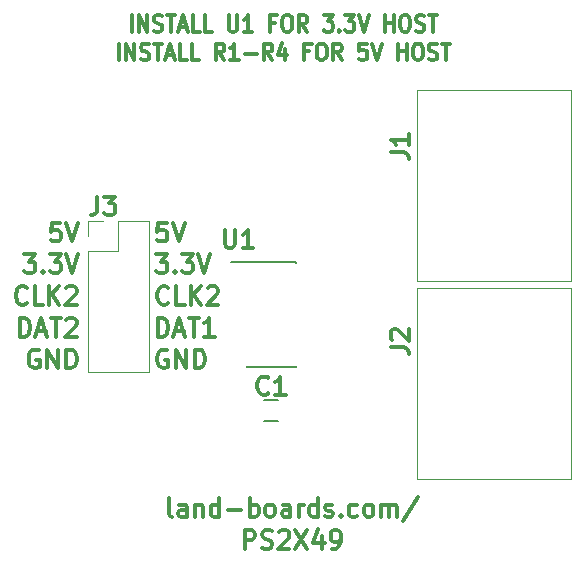
<source format=gto>
G04 #@! TF.GenerationSoftware,KiCad,Pcbnew,(5.0.2)-1*
G04 #@! TF.CreationDate,2019-12-08T11:50:03-05:00*
G04 #@! TF.ProjectId,PS2X49,50533258-3439-42e6-9b69-6361645f7063,X1*
G04 #@! TF.SameCoordinates,Original*
G04 #@! TF.FileFunction,Legend,Top*
G04 #@! TF.FilePolarity,Positive*
%FSLAX46Y46*%
G04 Gerber Fmt 4.6, Leading zero omitted, Abs format (unit mm)*
G04 Created by KiCad (PCBNEW (5.0.2)-1) date 12/8/2019 11:50:03 AM*
%MOMM*%
%LPD*%
G01*
G04 APERTURE LIST*
%ADD10C,0.317500*%
%ADD11C,0.304800*%
%ADD12C,0.150000*%
%ADD13C,0.120000*%
G04 APERTURE END LIST*
D10*
X21692809Y-13141476D02*
X21692809Y-11744476D01*
X22297571Y-13141476D02*
X22297571Y-11744476D01*
X23023285Y-13141476D01*
X23023285Y-11744476D01*
X23567571Y-13074952D02*
X23749000Y-13141476D01*
X24051380Y-13141476D01*
X24172333Y-13074952D01*
X24232809Y-13008428D01*
X24293285Y-12875380D01*
X24293285Y-12742333D01*
X24232809Y-12609285D01*
X24172333Y-12542761D01*
X24051380Y-12476238D01*
X23809476Y-12409714D01*
X23688523Y-12343190D01*
X23628047Y-12276666D01*
X23567571Y-12143619D01*
X23567571Y-12010571D01*
X23628047Y-11877523D01*
X23688523Y-11811000D01*
X23809476Y-11744476D01*
X24111857Y-11744476D01*
X24293285Y-11811000D01*
X24656142Y-11744476D02*
X25381857Y-11744476D01*
X25019000Y-13141476D02*
X25019000Y-11744476D01*
X25744714Y-12742333D02*
X26349476Y-12742333D01*
X25623761Y-13141476D02*
X26047095Y-11744476D01*
X26470428Y-13141476D01*
X27498523Y-13141476D02*
X26893761Y-13141476D01*
X26893761Y-11744476D01*
X28526619Y-13141476D02*
X27921857Y-13141476D01*
X27921857Y-11744476D01*
X29917571Y-11744476D02*
X29917571Y-12875380D01*
X29978047Y-13008428D01*
X30038523Y-13074952D01*
X30159476Y-13141476D01*
X30401380Y-13141476D01*
X30522333Y-13074952D01*
X30582809Y-13008428D01*
X30643285Y-12875380D01*
X30643285Y-11744476D01*
X31913285Y-13141476D02*
X31187571Y-13141476D01*
X31550428Y-13141476D02*
X31550428Y-11744476D01*
X31429476Y-11944047D01*
X31308523Y-12077095D01*
X31187571Y-12143619D01*
X33848523Y-12409714D02*
X33425190Y-12409714D01*
X33425190Y-13141476D02*
X33425190Y-11744476D01*
X34029952Y-11744476D01*
X34755666Y-11744476D02*
X34997571Y-11744476D01*
X35118523Y-11811000D01*
X35239476Y-11944047D01*
X35299952Y-12210142D01*
X35299952Y-12675809D01*
X35239476Y-12941904D01*
X35118523Y-13074952D01*
X34997571Y-13141476D01*
X34755666Y-13141476D01*
X34634714Y-13074952D01*
X34513761Y-12941904D01*
X34453285Y-12675809D01*
X34453285Y-12210142D01*
X34513761Y-11944047D01*
X34634714Y-11811000D01*
X34755666Y-11744476D01*
X36569952Y-13141476D02*
X36146619Y-12476238D01*
X35844238Y-13141476D02*
X35844238Y-11744476D01*
X36328047Y-11744476D01*
X36449000Y-11811000D01*
X36509476Y-11877523D01*
X36569952Y-12010571D01*
X36569952Y-12210142D01*
X36509476Y-12343190D01*
X36449000Y-12409714D01*
X36328047Y-12476238D01*
X35844238Y-12476238D01*
X37960904Y-11744476D02*
X38747095Y-11744476D01*
X38323761Y-12276666D01*
X38505190Y-12276666D01*
X38626142Y-12343190D01*
X38686619Y-12409714D01*
X38747095Y-12542761D01*
X38747095Y-12875380D01*
X38686619Y-13008428D01*
X38626142Y-13074952D01*
X38505190Y-13141476D01*
X38142333Y-13141476D01*
X38021380Y-13074952D01*
X37960904Y-13008428D01*
X39291380Y-13008428D02*
X39351857Y-13074952D01*
X39291380Y-13141476D01*
X39230904Y-13074952D01*
X39291380Y-13008428D01*
X39291380Y-13141476D01*
X39775190Y-11744476D02*
X40561380Y-11744476D01*
X40138047Y-12276666D01*
X40319476Y-12276666D01*
X40440428Y-12343190D01*
X40500904Y-12409714D01*
X40561380Y-12542761D01*
X40561380Y-12875380D01*
X40500904Y-13008428D01*
X40440428Y-13074952D01*
X40319476Y-13141476D01*
X39956619Y-13141476D01*
X39835666Y-13074952D01*
X39775190Y-13008428D01*
X40924238Y-11744476D02*
X41347571Y-13141476D01*
X41770904Y-11744476D01*
X43161857Y-13141476D02*
X43161857Y-11744476D01*
X43161857Y-12409714D02*
X43887571Y-12409714D01*
X43887571Y-13141476D02*
X43887571Y-11744476D01*
X44734238Y-11744476D02*
X44976142Y-11744476D01*
X45097095Y-11811000D01*
X45218047Y-11944047D01*
X45278523Y-12210142D01*
X45278523Y-12675809D01*
X45218047Y-12941904D01*
X45097095Y-13074952D01*
X44976142Y-13141476D01*
X44734238Y-13141476D01*
X44613285Y-13074952D01*
X44492333Y-12941904D01*
X44431857Y-12675809D01*
X44431857Y-12210142D01*
X44492333Y-11944047D01*
X44613285Y-11811000D01*
X44734238Y-11744476D01*
X45762333Y-13074952D02*
X45943761Y-13141476D01*
X46246142Y-13141476D01*
X46367095Y-13074952D01*
X46427571Y-13008428D01*
X46488047Y-12875380D01*
X46488047Y-12742333D01*
X46427571Y-12609285D01*
X46367095Y-12542761D01*
X46246142Y-12476238D01*
X46004238Y-12409714D01*
X45883285Y-12343190D01*
X45822809Y-12276666D01*
X45762333Y-12143619D01*
X45762333Y-12010571D01*
X45822809Y-11877523D01*
X45883285Y-11811000D01*
X46004238Y-11744476D01*
X46306619Y-11744476D01*
X46488047Y-11811000D01*
X46850904Y-11744476D02*
X47576619Y-11744476D01*
X47213761Y-13141476D02*
X47213761Y-11744476D01*
X20604238Y-15554476D02*
X20604238Y-14157476D01*
X21209000Y-15554476D02*
X21209000Y-14157476D01*
X21934714Y-15554476D01*
X21934714Y-14157476D01*
X22479000Y-15487952D02*
X22660428Y-15554476D01*
X22962809Y-15554476D01*
X23083761Y-15487952D01*
X23144238Y-15421428D01*
X23204714Y-15288380D01*
X23204714Y-15155333D01*
X23144238Y-15022285D01*
X23083761Y-14955761D01*
X22962809Y-14889238D01*
X22720904Y-14822714D01*
X22599952Y-14756190D01*
X22539476Y-14689666D01*
X22479000Y-14556619D01*
X22479000Y-14423571D01*
X22539476Y-14290523D01*
X22599952Y-14224000D01*
X22720904Y-14157476D01*
X23023285Y-14157476D01*
X23204714Y-14224000D01*
X23567571Y-14157476D02*
X24293285Y-14157476D01*
X23930428Y-15554476D02*
X23930428Y-14157476D01*
X24656142Y-15155333D02*
X25260904Y-15155333D01*
X24535190Y-15554476D02*
X24958523Y-14157476D01*
X25381857Y-15554476D01*
X26409952Y-15554476D02*
X25805190Y-15554476D01*
X25805190Y-14157476D01*
X27438047Y-15554476D02*
X26833285Y-15554476D01*
X26833285Y-14157476D01*
X29554714Y-15554476D02*
X29131380Y-14889238D01*
X28829000Y-15554476D02*
X28829000Y-14157476D01*
X29312809Y-14157476D01*
X29433761Y-14224000D01*
X29494238Y-14290523D01*
X29554714Y-14423571D01*
X29554714Y-14623142D01*
X29494238Y-14756190D01*
X29433761Y-14822714D01*
X29312809Y-14889238D01*
X28829000Y-14889238D01*
X30764238Y-15554476D02*
X30038523Y-15554476D01*
X30401380Y-15554476D02*
X30401380Y-14157476D01*
X30280428Y-14357047D01*
X30159476Y-14490095D01*
X30038523Y-14556619D01*
X31308523Y-15022285D02*
X32276142Y-15022285D01*
X33606619Y-15554476D02*
X33183285Y-14889238D01*
X32880904Y-15554476D02*
X32880904Y-14157476D01*
X33364714Y-14157476D01*
X33485666Y-14224000D01*
X33546142Y-14290523D01*
X33606619Y-14423571D01*
X33606619Y-14623142D01*
X33546142Y-14756190D01*
X33485666Y-14822714D01*
X33364714Y-14889238D01*
X32880904Y-14889238D01*
X34695190Y-14623142D02*
X34695190Y-15554476D01*
X34392809Y-14090952D02*
X34090428Y-15088809D01*
X34876619Y-15088809D01*
X36751380Y-14822714D02*
X36328047Y-14822714D01*
X36328047Y-15554476D02*
X36328047Y-14157476D01*
X36932809Y-14157476D01*
X37658523Y-14157476D02*
X37900428Y-14157476D01*
X38021380Y-14224000D01*
X38142333Y-14357047D01*
X38202809Y-14623142D01*
X38202809Y-15088809D01*
X38142333Y-15354904D01*
X38021380Y-15487952D01*
X37900428Y-15554476D01*
X37658523Y-15554476D01*
X37537571Y-15487952D01*
X37416619Y-15354904D01*
X37356142Y-15088809D01*
X37356142Y-14623142D01*
X37416619Y-14357047D01*
X37537571Y-14224000D01*
X37658523Y-14157476D01*
X39472809Y-15554476D02*
X39049476Y-14889238D01*
X38747095Y-15554476D02*
X38747095Y-14157476D01*
X39230904Y-14157476D01*
X39351857Y-14224000D01*
X39412333Y-14290523D01*
X39472809Y-14423571D01*
X39472809Y-14623142D01*
X39412333Y-14756190D01*
X39351857Y-14822714D01*
X39230904Y-14889238D01*
X38747095Y-14889238D01*
X41589476Y-14157476D02*
X40984714Y-14157476D01*
X40924238Y-14822714D01*
X40984714Y-14756190D01*
X41105666Y-14689666D01*
X41408047Y-14689666D01*
X41529000Y-14756190D01*
X41589476Y-14822714D01*
X41649952Y-14955761D01*
X41649952Y-15288380D01*
X41589476Y-15421428D01*
X41529000Y-15487952D01*
X41408047Y-15554476D01*
X41105666Y-15554476D01*
X40984714Y-15487952D01*
X40924238Y-15421428D01*
X42012809Y-14157476D02*
X42436142Y-15554476D01*
X42859476Y-14157476D01*
X44250428Y-15554476D02*
X44250428Y-14157476D01*
X44250428Y-14822714D02*
X44976142Y-14822714D01*
X44976142Y-15554476D02*
X44976142Y-14157476D01*
X45822809Y-14157476D02*
X46064714Y-14157476D01*
X46185666Y-14224000D01*
X46306619Y-14357047D01*
X46367095Y-14623142D01*
X46367095Y-15088809D01*
X46306619Y-15354904D01*
X46185666Y-15487952D01*
X46064714Y-15554476D01*
X45822809Y-15554476D01*
X45701857Y-15487952D01*
X45580904Y-15354904D01*
X45520428Y-15088809D01*
X45520428Y-14623142D01*
X45580904Y-14357047D01*
X45701857Y-14224000D01*
X45822809Y-14157476D01*
X46850904Y-15487952D02*
X47032333Y-15554476D01*
X47334714Y-15554476D01*
X47455666Y-15487952D01*
X47516142Y-15421428D01*
X47576619Y-15288380D01*
X47576619Y-15155333D01*
X47516142Y-15022285D01*
X47455666Y-14955761D01*
X47334714Y-14889238D01*
X47092809Y-14822714D01*
X46971857Y-14756190D01*
X46911380Y-14689666D01*
X46850904Y-14556619D01*
X46850904Y-14423571D01*
X46911380Y-14290523D01*
X46971857Y-14224000D01*
X47092809Y-14157476D01*
X47395190Y-14157476D01*
X47576619Y-14224000D01*
X47939476Y-14157476D02*
X48665190Y-14157476D01*
X48302333Y-15554476D02*
X48302333Y-14157476D01*
D11*
X25109714Y-54239129D02*
X24964571Y-54163534D01*
X24891999Y-54012344D01*
X24891999Y-52651629D01*
X26343428Y-54239129D02*
X26343428Y-53407582D01*
X26270857Y-53256391D01*
X26125714Y-53180796D01*
X25835428Y-53180796D01*
X25690285Y-53256391D01*
X26343428Y-54163534D02*
X26198285Y-54239129D01*
X25835428Y-54239129D01*
X25690285Y-54163534D01*
X25617714Y-54012344D01*
X25617714Y-53861153D01*
X25690285Y-53709963D01*
X25835428Y-53634367D01*
X26198285Y-53634367D01*
X26343428Y-53558772D01*
X27069142Y-53180796D02*
X27069142Y-54239129D01*
X27069142Y-53331986D02*
X27141714Y-53256391D01*
X27286857Y-53180796D01*
X27504571Y-53180796D01*
X27649714Y-53256391D01*
X27722285Y-53407582D01*
X27722285Y-54239129D01*
X29101142Y-54239129D02*
X29101142Y-52651629D01*
X29101142Y-54163534D02*
X28955999Y-54239129D01*
X28665714Y-54239129D01*
X28520571Y-54163534D01*
X28447999Y-54087939D01*
X28375428Y-53936748D01*
X28375428Y-53483177D01*
X28447999Y-53331986D01*
X28520571Y-53256391D01*
X28665714Y-53180796D01*
X28955999Y-53180796D01*
X29101142Y-53256391D01*
X29826857Y-53634367D02*
X30987999Y-53634367D01*
X31713714Y-54239129D02*
X31713714Y-52651629D01*
X31713714Y-53256391D02*
X31858857Y-53180796D01*
X32149142Y-53180796D01*
X32294285Y-53256391D01*
X32366857Y-53331986D01*
X32439428Y-53483177D01*
X32439428Y-53936748D01*
X32366857Y-54087939D01*
X32294285Y-54163534D01*
X32149142Y-54239129D01*
X31858857Y-54239129D01*
X31713714Y-54163534D01*
X33310285Y-54239129D02*
X33165142Y-54163534D01*
X33092571Y-54087939D01*
X33019999Y-53936748D01*
X33019999Y-53483177D01*
X33092571Y-53331986D01*
X33165142Y-53256391D01*
X33310285Y-53180796D01*
X33527999Y-53180796D01*
X33673142Y-53256391D01*
X33745714Y-53331986D01*
X33818285Y-53483177D01*
X33818285Y-53936748D01*
X33745714Y-54087939D01*
X33673142Y-54163534D01*
X33527999Y-54239129D01*
X33310285Y-54239129D01*
X35124571Y-54239129D02*
X35124571Y-53407582D01*
X35052000Y-53256391D01*
X34906857Y-53180796D01*
X34616571Y-53180796D01*
X34471428Y-53256391D01*
X35124571Y-54163534D02*
X34979428Y-54239129D01*
X34616571Y-54239129D01*
X34471428Y-54163534D01*
X34398857Y-54012344D01*
X34398857Y-53861153D01*
X34471428Y-53709963D01*
X34616571Y-53634367D01*
X34979428Y-53634367D01*
X35124571Y-53558772D01*
X35850285Y-54239129D02*
X35850285Y-53180796D01*
X35850285Y-53483177D02*
X35922857Y-53331986D01*
X35995428Y-53256391D01*
X36140571Y-53180796D01*
X36285714Y-53180796D01*
X37446857Y-54239129D02*
X37446857Y-52651629D01*
X37446857Y-54163534D02*
X37301714Y-54239129D01*
X37011428Y-54239129D01*
X36866285Y-54163534D01*
X36793714Y-54087939D01*
X36721142Y-53936748D01*
X36721142Y-53483177D01*
X36793714Y-53331986D01*
X36866285Y-53256391D01*
X37011428Y-53180796D01*
X37301714Y-53180796D01*
X37446857Y-53256391D01*
X38099999Y-54163534D02*
X38245142Y-54239129D01*
X38535428Y-54239129D01*
X38680571Y-54163534D01*
X38753142Y-54012344D01*
X38753142Y-53936748D01*
X38680571Y-53785558D01*
X38535428Y-53709963D01*
X38317714Y-53709963D01*
X38172571Y-53634367D01*
X38099999Y-53483177D01*
X38099999Y-53407582D01*
X38172571Y-53256391D01*
X38317714Y-53180796D01*
X38535428Y-53180796D01*
X38680571Y-53256391D01*
X39406285Y-54087939D02*
X39478857Y-54163534D01*
X39406285Y-54239129D01*
X39333714Y-54163534D01*
X39406285Y-54087939D01*
X39406285Y-54239129D01*
X40785142Y-54163534D02*
X40639999Y-54239129D01*
X40349714Y-54239129D01*
X40204571Y-54163534D01*
X40131999Y-54087939D01*
X40059428Y-53936748D01*
X40059428Y-53483177D01*
X40131999Y-53331986D01*
X40204571Y-53256391D01*
X40349714Y-53180796D01*
X40639999Y-53180796D01*
X40785142Y-53256391D01*
X41655999Y-54239129D02*
X41510857Y-54163534D01*
X41438285Y-54087939D01*
X41365714Y-53936748D01*
X41365714Y-53483177D01*
X41438285Y-53331986D01*
X41510857Y-53256391D01*
X41655999Y-53180796D01*
X41873714Y-53180796D01*
X42018857Y-53256391D01*
X42091428Y-53331986D01*
X42163999Y-53483177D01*
X42163999Y-53936748D01*
X42091428Y-54087939D01*
X42018857Y-54163534D01*
X41873714Y-54239129D01*
X41655999Y-54239129D01*
X42817142Y-54239129D02*
X42817142Y-53180796D01*
X42817142Y-53331986D02*
X42889714Y-53256391D01*
X43034857Y-53180796D01*
X43252571Y-53180796D01*
X43397714Y-53256391D01*
X43470285Y-53407582D01*
X43470285Y-54239129D01*
X43470285Y-53407582D02*
X43542857Y-53256391D01*
X43688000Y-53180796D01*
X43905714Y-53180796D01*
X44050857Y-53256391D01*
X44123428Y-53407582D01*
X44123428Y-54239129D01*
X45937714Y-52576034D02*
X44631428Y-54617105D01*
X31278285Y-56925179D02*
X31278285Y-55337679D01*
X31858857Y-55337679D01*
X32004000Y-55413275D01*
X32076571Y-55488870D01*
X32149142Y-55640060D01*
X32149142Y-55866846D01*
X32076571Y-56018036D01*
X32004000Y-56093632D01*
X31858857Y-56169227D01*
X31278285Y-56169227D01*
X32729714Y-56849584D02*
X32947428Y-56925179D01*
X33310285Y-56925179D01*
X33455428Y-56849584D01*
X33528000Y-56773989D01*
X33600571Y-56622798D01*
X33600571Y-56471608D01*
X33528000Y-56320417D01*
X33455428Y-56244822D01*
X33310285Y-56169227D01*
X33020000Y-56093632D01*
X32874857Y-56018036D01*
X32802285Y-55942441D01*
X32729714Y-55791251D01*
X32729714Y-55640060D01*
X32802285Y-55488870D01*
X32874857Y-55413275D01*
X33020000Y-55337679D01*
X33382857Y-55337679D01*
X33600571Y-55413275D01*
X34181142Y-55488870D02*
X34253714Y-55413275D01*
X34398857Y-55337679D01*
X34761714Y-55337679D01*
X34906857Y-55413275D01*
X34979428Y-55488870D01*
X35052000Y-55640060D01*
X35052000Y-55791251D01*
X34979428Y-56018036D01*
X34108571Y-56925179D01*
X35052000Y-56925179D01*
X35560000Y-55337679D02*
X36576000Y-56925179D01*
X36576000Y-55337679D02*
X35560000Y-56925179D01*
X37809714Y-55866846D02*
X37809714Y-56925179D01*
X37446857Y-55262084D02*
X37084000Y-56396013D01*
X38027428Y-56396013D01*
X38680571Y-56925179D02*
X38970857Y-56925179D01*
X39116000Y-56849584D01*
X39188571Y-56773989D01*
X39333714Y-56547203D01*
X39406285Y-56244822D01*
X39406285Y-55640060D01*
X39333714Y-55488870D01*
X39261142Y-55413275D01*
X39116000Y-55337679D01*
X38825714Y-55337679D01*
X38680571Y-55413275D01*
X38608000Y-55488870D01*
X38535428Y-55640060D01*
X38535428Y-56018036D01*
X38608000Y-56169227D01*
X38680571Y-56244822D01*
X38825714Y-56320417D01*
X39116000Y-56320417D01*
X39261142Y-56244822D01*
X39333714Y-56169227D01*
X39406285Y-56018036D01*
X15658737Y-29318554D02*
X14933022Y-29318554D01*
X14860451Y-30074507D01*
X14933022Y-29998911D01*
X15078165Y-29923316D01*
X15441022Y-29923316D01*
X15586165Y-29998911D01*
X15658737Y-30074507D01*
X15731308Y-30225697D01*
X15731308Y-30603673D01*
X15658737Y-30754864D01*
X15586165Y-30830459D01*
X15441022Y-30906054D01*
X15078165Y-30906054D01*
X14933022Y-30830459D01*
X14860451Y-30754864D01*
X16166737Y-29318554D02*
X16674737Y-30906054D01*
X17182737Y-29318554D01*
X12610737Y-32004604D02*
X13554165Y-32004604D01*
X13046165Y-32609366D01*
X13263880Y-32609366D01*
X13409022Y-32684961D01*
X13481594Y-32760557D01*
X13554165Y-32911747D01*
X13554165Y-33289723D01*
X13481594Y-33440914D01*
X13409022Y-33516509D01*
X13263880Y-33592104D01*
X12828451Y-33592104D01*
X12683308Y-33516509D01*
X12610737Y-33440914D01*
X14207308Y-33440914D02*
X14279880Y-33516509D01*
X14207308Y-33592104D01*
X14134737Y-33516509D01*
X14207308Y-33440914D01*
X14207308Y-33592104D01*
X14787880Y-32004604D02*
X15731308Y-32004604D01*
X15223308Y-32609366D01*
X15441022Y-32609366D01*
X15586165Y-32684961D01*
X15658737Y-32760557D01*
X15731308Y-32911747D01*
X15731308Y-33289723D01*
X15658737Y-33440914D01*
X15586165Y-33516509D01*
X15441022Y-33592104D01*
X15005594Y-33592104D01*
X14860451Y-33516509D01*
X14787880Y-33440914D01*
X16166737Y-32004604D02*
X16674737Y-33592104D01*
X17182737Y-32004604D01*
X12828451Y-36126964D02*
X12755879Y-36202559D01*
X12538165Y-36278154D01*
X12393022Y-36278154D01*
X12175308Y-36202559D01*
X12030165Y-36051369D01*
X11957594Y-35900178D01*
X11885022Y-35597797D01*
X11885022Y-35371011D01*
X11957594Y-35068630D01*
X12030165Y-34917440D01*
X12175308Y-34766250D01*
X12393022Y-34690654D01*
X12538165Y-34690654D01*
X12755879Y-34766250D01*
X12828451Y-34841845D01*
X14207308Y-36278154D02*
X13481594Y-36278154D01*
X13481594Y-34690654D01*
X14715308Y-36278154D02*
X14715308Y-34690654D01*
X15586165Y-36278154D02*
X14933022Y-35371011D01*
X15586165Y-34690654D02*
X14715308Y-35597797D01*
X16166737Y-34841845D02*
X16239308Y-34766250D01*
X16384451Y-34690654D01*
X16747308Y-34690654D01*
X16892451Y-34766250D01*
X16965022Y-34841845D01*
X17037594Y-34993035D01*
X17037594Y-35144226D01*
X16965022Y-35371011D01*
X16094165Y-36278154D01*
X17037594Y-36278154D01*
X12247880Y-38964204D02*
X12247880Y-37376704D01*
X12610737Y-37376704D01*
X12828451Y-37452300D01*
X12973594Y-37603490D01*
X13046165Y-37754680D01*
X13118737Y-38057061D01*
X13118737Y-38283847D01*
X13046165Y-38586228D01*
X12973594Y-38737419D01*
X12828451Y-38888609D01*
X12610737Y-38964204D01*
X12247880Y-38964204D01*
X13699308Y-38510633D02*
X14425022Y-38510633D01*
X13554165Y-38964204D02*
X14062165Y-37376704D01*
X14570165Y-38964204D01*
X14860451Y-37376704D02*
X15731308Y-37376704D01*
X15295880Y-38964204D02*
X15295880Y-37376704D01*
X16166737Y-37527895D02*
X16239308Y-37452300D01*
X16384451Y-37376704D01*
X16747308Y-37376704D01*
X16892451Y-37452300D01*
X16965022Y-37527895D01*
X17037594Y-37679085D01*
X17037594Y-37830276D01*
X16965022Y-38057061D01*
X16094165Y-38964204D01*
X17037594Y-38964204D01*
X13844451Y-40138350D02*
X13699308Y-40062754D01*
X13481594Y-40062754D01*
X13263880Y-40138350D01*
X13118737Y-40289540D01*
X13046165Y-40440730D01*
X12973594Y-40743111D01*
X12973594Y-40969897D01*
X13046165Y-41272278D01*
X13118737Y-41423469D01*
X13263880Y-41574659D01*
X13481594Y-41650254D01*
X13626737Y-41650254D01*
X13844451Y-41574659D01*
X13917022Y-41499064D01*
X13917022Y-40969897D01*
X13626737Y-40969897D01*
X14570165Y-41650254D02*
X14570165Y-40062754D01*
X15441022Y-41650254D01*
X15441022Y-40062754D01*
X16166737Y-41650254D02*
X16166737Y-40062754D01*
X16529594Y-40062754D01*
X16747308Y-40138350D01*
X16892451Y-40289540D01*
X16965022Y-40440730D01*
X17037594Y-40743111D01*
X17037594Y-40969897D01*
X16965022Y-41272278D01*
X16892451Y-41423469D01*
X16747308Y-41574659D01*
X16529594Y-41650254D01*
X16166737Y-41650254D01*
X24654691Y-29318554D02*
X23928977Y-29318554D01*
X23856405Y-30074507D01*
X23928977Y-29998911D01*
X24074120Y-29923316D01*
X24436977Y-29923316D01*
X24582120Y-29998911D01*
X24654691Y-30074507D01*
X24727262Y-30225697D01*
X24727262Y-30603673D01*
X24654691Y-30754864D01*
X24582120Y-30830459D01*
X24436977Y-30906054D01*
X24074120Y-30906054D01*
X23928977Y-30830459D01*
X23856405Y-30754864D01*
X25162691Y-29318554D02*
X25670691Y-30906054D01*
X26178691Y-29318554D01*
X23783834Y-32004604D02*
X24727262Y-32004604D01*
X24219262Y-32609366D01*
X24436977Y-32609366D01*
X24582120Y-32684961D01*
X24654691Y-32760557D01*
X24727262Y-32911747D01*
X24727262Y-33289723D01*
X24654691Y-33440914D01*
X24582120Y-33516509D01*
X24436977Y-33592104D01*
X24001548Y-33592104D01*
X23856405Y-33516509D01*
X23783834Y-33440914D01*
X25380405Y-33440914D02*
X25452977Y-33516509D01*
X25380405Y-33592104D01*
X25307834Y-33516509D01*
X25380405Y-33440914D01*
X25380405Y-33592104D01*
X25960977Y-32004604D02*
X26904405Y-32004604D01*
X26396405Y-32609366D01*
X26614120Y-32609366D01*
X26759262Y-32684961D01*
X26831834Y-32760557D01*
X26904405Y-32911747D01*
X26904405Y-33289723D01*
X26831834Y-33440914D01*
X26759262Y-33516509D01*
X26614120Y-33592104D01*
X26178691Y-33592104D01*
X26033548Y-33516509D01*
X25960977Y-33440914D01*
X27339834Y-32004604D02*
X27847834Y-33592104D01*
X28355834Y-32004604D01*
X24799834Y-36126964D02*
X24727262Y-36202559D01*
X24509548Y-36278154D01*
X24364405Y-36278154D01*
X24146691Y-36202559D01*
X24001548Y-36051369D01*
X23928977Y-35900178D01*
X23856405Y-35597797D01*
X23856405Y-35371011D01*
X23928977Y-35068630D01*
X24001548Y-34917440D01*
X24146691Y-34766250D01*
X24364405Y-34690654D01*
X24509548Y-34690654D01*
X24727262Y-34766250D01*
X24799834Y-34841845D01*
X26178691Y-36278154D02*
X25452977Y-36278154D01*
X25452977Y-34690654D01*
X26686691Y-36278154D02*
X26686691Y-34690654D01*
X27557548Y-36278154D02*
X26904405Y-35371011D01*
X27557548Y-34690654D02*
X26686691Y-35597797D01*
X28138120Y-34841845D02*
X28210691Y-34766250D01*
X28355834Y-34690654D01*
X28718691Y-34690654D01*
X28863834Y-34766250D01*
X28936405Y-34841845D01*
X29008977Y-34993035D01*
X29008977Y-35144226D01*
X28936405Y-35371011D01*
X28065548Y-36278154D01*
X29008977Y-36278154D01*
X23928977Y-38964204D02*
X23928977Y-37376704D01*
X24291834Y-37376704D01*
X24509548Y-37452300D01*
X24654691Y-37603490D01*
X24727262Y-37754680D01*
X24799834Y-38057061D01*
X24799834Y-38283847D01*
X24727262Y-38586228D01*
X24654691Y-38737419D01*
X24509548Y-38888609D01*
X24291834Y-38964204D01*
X23928977Y-38964204D01*
X25380405Y-38510633D02*
X26106120Y-38510633D01*
X25235262Y-38964204D02*
X25743262Y-37376704D01*
X26251262Y-38964204D01*
X26541548Y-37376704D02*
X27412405Y-37376704D01*
X26976977Y-38964204D02*
X26976977Y-37376704D01*
X28718691Y-38964204D02*
X27847834Y-38964204D01*
X28283262Y-38964204D02*
X28283262Y-37376704D01*
X28138120Y-37603490D01*
X27992977Y-37754680D01*
X27847834Y-37830276D01*
X24727262Y-40138350D02*
X24582120Y-40062754D01*
X24364405Y-40062754D01*
X24146691Y-40138350D01*
X24001548Y-40289540D01*
X23928977Y-40440730D01*
X23856405Y-40743111D01*
X23856405Y-40969897D01*
X23928977Y-41272278D01*
X24001548Y-41423469D01*
X24146691Y-41574659D01*
X24364405Y-41650254D01*
X24509548Y-41650254D01*
X24727262Y-41574659D01*
X24799834Y-41499064D01*
X24799834Y-40969897D01*
X24509548Y-40969897D01*
X25452977Y-41650254D02*
X25452977Y-40062754D01*
X26323834Y-41650254D01*
X26323834Y-40062754D01*
X27049548Y-41650254D02*
X27049548Y-40062754D01*
X27412405Y-40062754D01*
X27630120Y-40138350D01*
X27775262Y-40289540D01*
X27847834Y-40440730D01*
X27920405Y-40743111D01*
X27920405Y-40969897D01*
X27847834Y-41272278D01*
X27775262Y-41423469D01*
X27630120Y-41574659D01*
X27412405Y-41650254D01*
X27049548Y-41650254D01*
D12*
G04 #@! TO.C,C1*
X34128000Y-46087000D02*
X32928000Y-46087000D01*
X32928000Y-44337000D02*
X34128000Y-44337000D01*
D13*
G04 #@! TO.C,J1*
X45892000Y-18092000D02*
X58892000Y-18092000D01*
X45892000Y-34292000D02*
X58892000Y-34292000D01*
X45892000Y-34292000D02*
X45892000Y-18092000D01*
X58892000Y-34292000D02*
X58892000Y-18092000D01*
G04 #@! TO.C,J2*
X58892000Y-51056000D02*
X58892000Y-34856000D01*
X45892000Y-51056000D02*
X45892000Y-34856000D01*
X45892000Y-51056000D02*
X58892000Y-51056000D01*
X45892000Y-34856000D02*
X58892000Y-34856000D01*
G04 #@! TO.C,J3*
X17974000Y-41970000D02*
X23174000Y-41970000D01*
X17974000Y-31750000D02*
X17974000Y-41970000D01*
X23174000Y-29150000D02*
X23174000Y-41970000D01*
X17974000Y-31750000D02*
X20574000Y-31750000D01*
X20574000Y-31750000D02*
X20574000Y-29150000D01*
X20574000Y-29150000D02*
X23174000Y-29150000D01*
X17974000Y-30480000D02*
X17974000Y-29150000D01*
X17974000Y-29150000D02*
X19304000Y-29150000D01*
D12*
G04 #@! TO.C,U1*
X31453000Y-32634000D02*
X31453000Y-32659000D01*
X35603000Y-32634000D02*
X35603000Y-32749000D01*
X35603000Y-41534000D02*
X35603000Y-41419000D01*
X31453000Y-41534000D02*
X31453000Y-41419000D01*
X31453000Y-32634000D02*
X35603000Y-32634000D01*
X31453000Y-41534000D02*
X35603000Y-41534000D01*
X31453000Y-32659000D02*
X30078000Y-32659000D01*
G04 #@! TO.C,C1*
D11*
X33274000Y-43724285D02*
X33201428Y-43796857D01*
X32983714Y-43869428D01*
X32838571Y-43869428D01*
X32620857Y-43796857D01*
X32475714Y-43651714D01*
X32403142Y-43506571D01*
X32330571Y-43216285D01*
X32330571Y-42998571D01*
X32403142Y-42708285D01*
X32475714Y-42563142D01*
X32620857Y-42418000D01*
X32838571Y-42345428D01*
X32983714Y-42345428D01*
X33201428Y-42418000D01*
X33274000Y-42490571D01*
X34725428Y-43869428D02*
X33854571Y-43869428D01*
X34290000Y-43869428D02*
X34290000Y-42345428D01*
X34144857Y-42563142D01*
X33999714Y-42708285D01*
X33854571Y-42780857D01*
G04 #@! TO.C,J1*
X43615428Y-23368000D02*
X44704000Y-23368000D01*
X44921714Y-23440571D01*
X45066857Y-23585714D01*
X45139428Y-23803428D01*
X45139428Y-23948571D01*
X45139428Y-21844000D02*
X45139428Y-22714857D01*
X45139428Y-22279428D02*
X43615428Y-22279428D01*
X43833142Y-22424571D01*
X43978285Y-22569714D01*
X44050857Y-22714857D01*
G04 #@! TO.C,J2*
X43615428Y-39878000D02*
X44704000Y-39878000D01*
X44921714Y-39950571D01*
X45066857Y-40095714D01*
X45139428Y-40313428D01*
X45139428Y-40458571D01*
X43760571Y-39224857D02*
X43688000Y-39152285D01*
X43615428Y-39007142D01*
X43615428Y-38644285D01*
X43688000Y-38499142D01*
X43760571Y-38426571D01*
X43905714Y-38354000D01*
X44050857Y-38354000D01*
X44268571Y-38426571D01*
X45139428Y-39297428D01*
X45139428Y-38354000D01*
G04 #@! TO.C,J3*
X18796000Y-27105428D02*
X18796000Y-28194000D01*
X18723428Y-28411714D01*
X18578285Y-28556857D01*
X18360571Y-28629428D01*
X18215428Y-28629428D01*
X19376571Y-27105428D02*
X20320000Y-27105428D01*
X19812000Y-27686000D01*
X20029714Y-27686000D01*
X20174857Y-27758571D01*
X20247428Y-27831142D01*
X20320000Y-27976285D01*
X20320000Y-28339142D01*
X20247428Y-28484285D01*
X20174857Y-28556857D01*
X20029714Y-28629428D01*
X19594285Y-28629428D01*
X19449142Y-28556857D01*
X19376571Y-28484285D01*
G04 #@! TO.C,U1*
X29572857Y-29899428D02*
X29572857Y-31133142D01*
X29645428Y-31278285D01*
X29718000Y-31350857D01*
X29863142Y-31423428D01*
X30153428Y-31423428D01*
X30298571Y-31350857D01*
X30371142Y-31278285D01*
X30443714Y-31133142D01*
X30443714Y-29899428D01*
X31967714Y-31423428D02*
X31096857Y-31423428D01*
X31532285Y-31423428D02*
X31532285Y-29899428D01*
X31387142Y-30117142D01*
X31242000Y-30262285D01*
X31096857Y-30334857D01*
G04 #@! TD*
M02*

</source>
